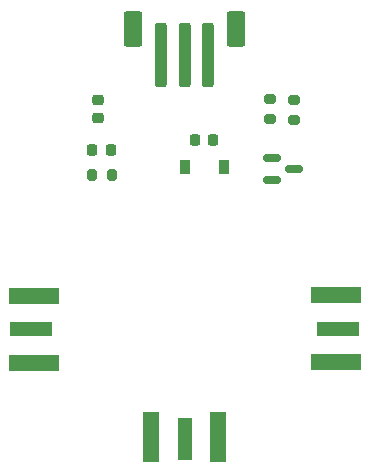
<source format=gbr>
%TF.GenerationSoftware,KiCad,Pcbnew,(6.0.1)*%
%TF.CreationDate,2022-02-11T18:29:38+00:00*%
%TF.ProjectId,Relay_RF_G6E,52656c61-795f-4524-965f-4736452e6b69,rev?*%
%TF.SameCoordinates,Original*%
%TF.FileFunction,Paste,Top*%
%TF.FilePolarity,Positive*%
%FSLAX46Y46*%
G04 Gerber Fmt 4.6, Leading zero omitted, Abs format (unit mm)*
G04 Created by KiCad (PCBNEW (6.0.1)) date 2022-02-11 18:29:38*
%MOMM*%
%LPD*%
G01*
G04 APERTURE LIST*
G04 Aperture macros list*
%AMRoundRect*
0 Rectangle with rounded corners*
0 $1 Rounding radius*
0 $2 $3 $4 $5 $6 $7 $8 $9 X,Y pos of 4 corners*
0 Add a 4 corners polygon primitive as box body*
4,1,4,$2,$3,$4,$5,$6,$7,$8,$9,$2,$3,0*
0 Add four circle primitives for the rounded corners*
1,1,$1+$1,$2,$3*
1,1,$1+$1,$4,$5*
1,1,$1+$1,$6,$7*
1,1,$1+$1,$8,$9*
0 Add four rect primitives between the rounded corners*
20,1,$1+$1,$2,$3,$4,$5,0*
20,1,$1+$1,$4,$5,$6,$7,0*
20,1,$1+$1,$6,$7,$8,$9,0*
20,1,$1+$1,$8,$9,$2,$3,0*%
G04 Aperture macros list end*
%ADD10R,3.600000X1.270000*%
%ADD11R,4.200000X1.350000*%
%ADD12RoundRect,0.200000X0.200000X0.275000X-0.200000X0.275000X-0.200000X-0.275000X0.200000X-0.275000X0*%
%ADD13RoundRect,0.200000X0.275000X-0.200000X0.275000X0.200000X-0.275000X0.200000X-0.275000X-0.200000X0*%
%ADD14RoundRect,0.225000X0.225000X0.250000X-0.225000X0.250000X-0.225000X-0.250000X0.225000X-0.250000X0*%
%ADD15RoundRect,0.200000X-0.275000X0.200000X-0.275000X-0.200000X0.275000X-0.200000X0.275000X0.200000X0*%
%ADD16RoundRect,0.225000X0.250000X-0.225000X0.250000X0.225000X-0.250000X0.225000X-0.250000X-0.225000X0*%
%ADD17RoundRect,0.250000X-0.250000X-2.500000X0.250000X-2.500000X0.250000X2.500000X-0.250000X2.500000X0*%
%ADD18RoundRect,0.250000X-0.550000X-1.250000X0.550000X-1.250000X0.550000X1.250000X-0.550000X1.250000X0*%
%ADD19RoundRect,0.218750X-0.218750X-0.256250X0.218750X-0.256250X0.218750X0.256250X-0.218750X0.256250X0*%
%ADD20RoundRect,0.150000X-0.587500X-0.150000X0.587500X-0.150000X0.587500X0.150000X-0.587500X0.150000X0*%
%ADD21R,1.270000X3.600000*%
%ADD22R,1.350000X4.200000*%
%ADD23R,0.900000X1.200000*%
G04 APERTURE END LIST*
D10*
%TO.C,J2*%
X102023900Y-128701800D03*
D11*
X102223900Y-131526800D03*
X102223900Y-125876800D03*
%TD*%
D12*
%TO.C,R2*%
X108851200Y-115620800D03*
X107201200Y-115620800D03*
%TD*%
D13*
%TO.C,R1*%
X122200000Y-110875000D03*
X122200000Y-109225000D03*
%TD*%
D14*
%TO.C,C2*%
X117449600Y-112699700D03*
X115899600Y-112699700D03*
%TD*%
D15*
%TO.C,R3*%
X124250000Y-109275000D03*
X124250000Y-110925000D03*
%TD*%
D16*
%TO.C,C1*%
X107650000Y-110800000D03*
X107650000Y-109250000D03*
%TD*%
D17*
%TO.C,J1*%
X113000000Y-105500000D03*
X115000000Y-105500000D03*
X117000000Y-105500000D03*
D18*
X119400000Y-103250000D03*
X110600000Y-103250000D03*
%TD*%
D10*
%TO.C,J4*%
X128023900Y-128625600D03*
D11*
X127823900Y-125800600D03*
X127823900Y-131450600D03*
%TD*%
D19*
%TO.C,D2*%
X107201200Y-113520800D03*
X108776200Y-113520800D03*
%TD*%
D20*
%TO.C,Q1*%
X122400000Y-114150000D03*
X122400000Y-116050000D03*
X124275000Y-115100000D03*
%TD*%
D21*
%TO.C,J3*%
X115000000Y-138000000D03*
D22*
X117825000Y-137800000D03*
X112175000Y-137800000D03*
%TD*%
D23*
%TO.C,D1*%
X115024600Y-114949700D03*
X118324600Y-114949700D03*
%TD*%
M02*

</source>
